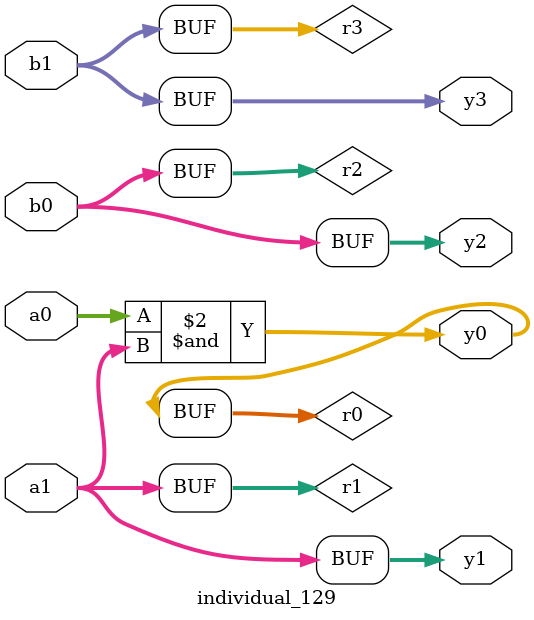
<source format=sv>
module individual_129(input logic [15:0] a1, input logic [15:0] a0, input logic [15:0] b1, input logic [15:0] b0, output logic [15:0] y3, output logic [15:0] y2, output logic [15:0] y1, output logic [15:0] y0);
logic [15:0] r0, r1, r2, r3; 
 always@(*) begin 
	 r0 = a0; r1 = a1; r2 = b0; r3 = b1; 
 	 r0  &=  r1 ;
 	 y3 = r3; y2 = r2; y1 = r1; y0 = r0; 
end
endmodule
</source>
